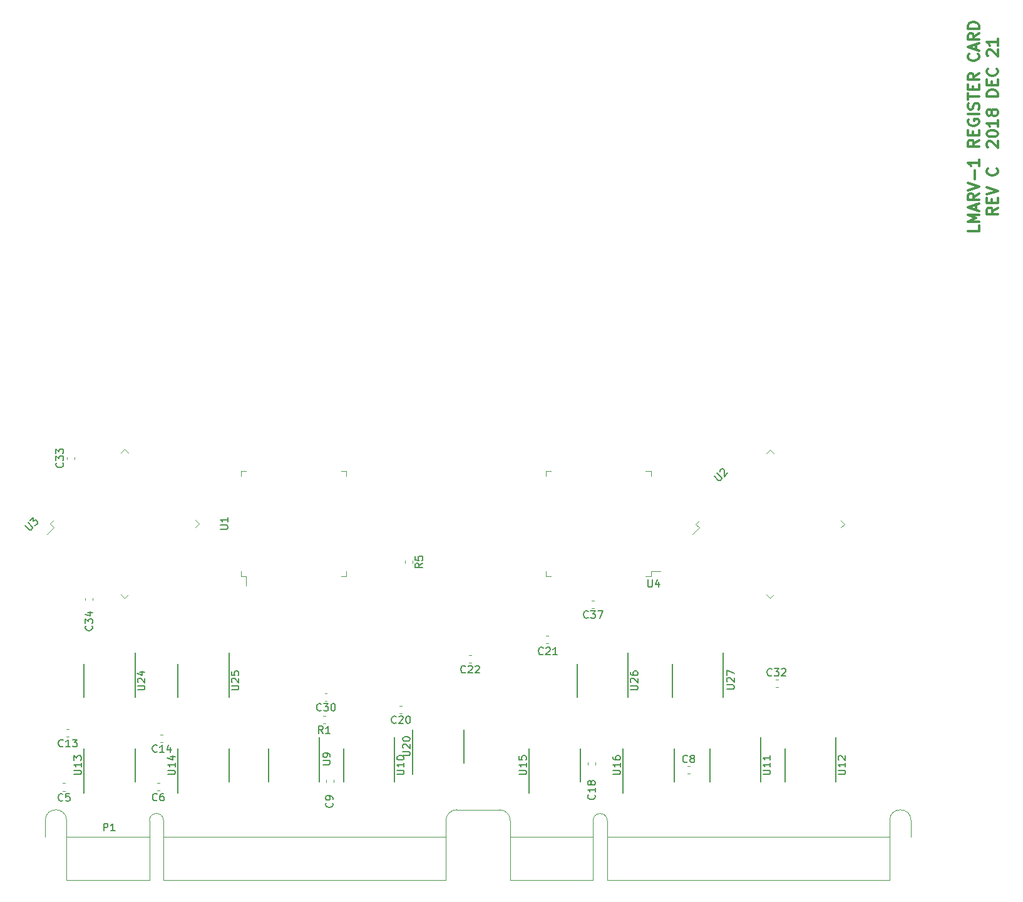
<source format=gbr>
G04 #@! TF.GenerationSoftware,KiCad,Pcbnew,(5.0.1)-4*
G04 #@! TF.CreationDate,2018-12-21T16:55:27-08:00*
G04 #@! TF.ProjectId,ram-based-register-card,72616D2D62617365642D726567697374,rev?*
G04 #@! TF.SameCoordinates,Original*
G04 #@! TF.FileFunction,Legend,Top*
G04 #@! TF.FilePolarity,Positive*
%FSLAX46Y46*%
G04 Gerber Fmt 4.6, Leading zero omitted, Abs format (unit mm)*
G04 Created by KiCad (PCBNEW (5.0.1)-4) date 12/21/2018 4:55:27 PM*
%MOMM*%
%LPD*%
G01*
G04 APERTURE LIST*
%ADD10C,0.300000*%
%ADD11C,0.120000*%
%ADD12C,0.150000*%
G04 APERTURE END LIST*
D10*
X216230671Y-62544242D02*
X216230671Y-63258528D01*
X214730671Y-63258528D01*
X216230671Y-62044242D02*
X214730671Y-62044242D01*
X215802100Y-61544242D01*
X214730671Y-61044242D01*
X216230671Y-61044242D01*
X215802100Y-60401385D02*
X215802100Y-59687100D01*
X216230671Y-60544242D02*
X214730671Y-60044242D01*
X216230671Y-59544242D01*
X216230671Y-58187100D02*
X215516385Y-58687100D01*
X216230671Y-59044242D02*
X214730671Y-59044242D01*
X214730671Y-58472814D01*
X214802100Y-58329957D01*
X214873528Y-58258528D01*
X215016385Y-58187100D01*
X215230671Y-58187100D01*
X215373528Y-58258528D01*
X215444957Y-58329957D01*
X215516385Y-58472814D01*
X215516385Y-59044242D01*
X214730671Y-57758528D02*
X216230671Y-57258528D01*
X214730671Y-56758528D01*
X215659242Y-56258528D02*
X215659242Y-55115671D01*
X216230671Y-53615671D02*
X216230671Y-54472814D01*
X216230671Y-54044242D02*
X214730671Y-54044242D01*
X214944957Y-54187100D01*
X215087814Y-54329957D01*
X215159242Y-54472814D01*
X216230671Y-50972814D02*
X215516385Y-51472814D01*
X216230671Y-51829957D02*
X214730671Y-51829957D01*
X214730671Y-51258528D01*
X214802100Y-51115671D01*
X214873528Y-51044242D01*
X215016385Y-50972814D01*
X215230671Y-50972814D01*
X215373528Y-51044242D01*
X215444957Y-51115671D01*
X215516385Y-51258528D01*
X215516385Y-51829957D01*
X215444957Y-50329957D02*
X215444957Y-49829957D01*
X216230671Y-49615671D02*
X216230671Y-50329957D01*
X214730671Y-50329957D01*
X214730671Y-49615671D01*
X214802100Y-48187100D02*
X214730671Y-48329957D01*
X214730671Y-48544242D01*
X214802100Y-48758528D01*
X214944957Y-48901385D01*
X215087814Y-48972814D01*
X215373528Y-49044242D01*
X215587814Y-49044242D01*
X215873528Y-48972814D01*
X216016385Y-48901385D01*
X216159242Y-48758528D01*
X216230671Y-48544242D01*
X216230671Y-48401385D01*
X216159242Y-48187100D01*
X216087814Y-48115671D01*
X215587814Y-48115671D01*
X215587814Y-48401385D01*
X216230671Y-47472814D02*
X214730671Y-47472814D01*
X216159242Y-46829957D02*
X216230671Y-46615671D01*
X216230671Y-46258528D01*
X216159242Y-46115671D01*
X216087814Y-46044242D01*
X215944957Y-45972814D01*
X215802100Y-45972814D01*
X215659242Y-46044242D01*
X215587814Y-46115671D01*
X215516385Y-46258528D01*
X215444957Y-46544242D01*
X215373528Y-46687100D01*
X215302100Y-46758528D01*
X215159242Y-46829957D01*
X215016385Y-46829957D01*
X214873528Y-46758528D01*
X214802100Y-46687100D01*
X214730671Y-46544242D01*
X214730671Y-46187100D01*
X214802100Y-45972814D01*
X214730671Y-45544242D02*
X214730671Y-44687100D01*
X216230671Y-45115671D02*
X214730671Y-45115671D01*
X215444957Y-44187100D02*
X215444957Y-43687100D01*
X216230671Y-43472814D02*
X216230671Y-44187100D01*
X214730671Y-44187100D01*
X214730671Y-43472814D01*
X216230671Y-41972814D02*
X215516385Y-42472814D01*
X216230671Y-42829957D02*
X214730671Y-42829957D01*
X214730671Y-42258528D01*
X214802100Y-42115671D01*
X214873528Y-42044242D01*
X215016385Y-41972814D01*
X215230671Y-41972814D01*
X215373528Y-42044242D01*
X215444957Y-42115671D01*
X215516385Y-42258528D01*
X215516385Y-42829957D01*
X216087814Y-39329957D02*
X216159242Y-39401385D01*
X216230671Y-39615671D01*
X216230671Y-39758528D01*
X216159242Y-39972814D01*
X216016385Y-40115671D01*
X215873528Y-40187100D01*
X215587814Y-40258528D01*
X215373528Y-40258528D01*
X215087814Y-40187100D01*
X214944957Y-40115671D01*
X214802100Y-39972814D01*
X214730671Y-39758528D01*
X214730671Y-39615671D01*
X214802100Y-39401385D01*
X214873528Y-39329957D01*
X215802100Y-38758528D02*
X215802100Y-38044242D01*
X216230671Y-38901385D02*
X214730671Y-38401385D01*
X216230671Y-37901385D01*
X216230671Y-36544242D02*
X215516385Y-37044242D01*
X216230671Y-37401385D02*
X214730671Y-37401385D01*
X214730671Y-36829957D01*
X214802100Y-36687100D01*
X214873528Y-36615671D01*
X215016385Y-36544242D01*
X215230671Y-36544242D01*
X215373528Y-36615671D01*
X215444957Y-36687100D01*
X215516385Y-36829957D01*
X215516385Y-37401385D01*
X216230671Y-35901385D02*
X214730671Y-35901385D01*
X214730671Y-35544242D01*
X214802100Y-35329957D01*
X214944957Y-35187100D01*
X215087814Y-35115671D01*
X215373528Y-35044242D01*
X215587814Y-35044242D01*
X215873528Y-35115671D01*
X216016385Y-35187100D01*
X216159242Y-35329957D01*
X216230671Y-35544242D01*
X216230671Y-35901385D01*
X218780671Y-60115671D02*
X218066385Y-60615671D01*
X218780671Y-60972814D02*
X217280671Y-60972814D01*
X217280671Y-60401385D01*
X217352100Y-60258528D01*
X217423528Y-60187100D01*
X217566385Y-60115671D01*
X217780671Y-60115671D01*
X217923528Y-60187100D01*
X217994957Y-60258528D01*
X218066385Y-60401385D01*
X218066385Y-60972814D01*
X217994957Y-59472814D02*
X217994957Y-58972814D01*
X218780671Y-58758528D02*
X218780671Y-59472814D01*
X217280671Y-59472814D01*
X217280671Y-58758528D01*
X217280671Y-58329957D02*
X218780671Y-57829957D01*
X217280671Y-57329957D01*
X218637814Y-54829957D02*
X218709242Y-54901385D01*
X218780671Y-55115671D01*
X218780671Y-55258528D01*
X218709242Y-55472814D01*
X218566385Y-55615671D01*
X218423528Y-55687100D01*
X218137814Y-55758528D01*
X217923528Y-55758528D01*
X217637814Y-55687100D01*
X217494957Y-55615671D01*
X217352100Y-55472814D01*
X217280671Y-55258528D01*
X217280671Y-55115671D01*
X217352100Y-54901385D01*
X217423528Y-54829957D01*
X217423528Y-51972814D02*
X217352100Y-51901385D01*
X217280671Y-51758528D01*
X217280671Y-51401385D01*
X217352100Y-51258528D01*
X217423528Y-51187100D01*
X217566385Y-51115671D01*
X217709242Y-51115671D01*
X217923528Y-51187100D01*
X218780671Y-52044242D01*
X218780671Y-51115671D01*
X217280671Y-50187100D02*
X217280671Y-50044242D01*
X217352100Y-49901385D01*
X217423528Y-49829957D01*
X217566385Y-49758528D01*
X217852100Y-49687100D01*
X218209242Y-49687100D01*
X218494957Y-49758528D01*
X218637814Y-49829957D01*
X218709242Y-49901385D01*
X218780671Y-50044242D01*
X218780671Y-50187100D01*
X218709242Y-50329957D01*
X218637814Y-50401385D01*
X218494957Y-50472814D01*
X218209242Y-50544242D01*
X217852100Y-50544242D01*
X217566385Y-50472814D01*
X217423528Y-50401385D01*
X217352100Y-50329957D01*
X217280671Y-50187100D01*
X218780671Y-48258528D02*
X218780671Y-49115671D01*
X218780671Y-48687100D02*
X217280671Y-48687100D01*
X217494957Y-48829957D01*
X217637814Y-48972814D01*
X217709242Y-49115671D01*
X217923528Y-47401385D02*
X217852100Y-47544242D01*
X217780671Y-47615671D01*
X217637814Y-47687100D01*
X217566385Y-47687100D01*
X217423528Y-47615671D01*
X217352100Y-47544242D01*
X217280671Y-47401385D01*
X217280671Y-47115671D01*
X217352100Y-46972814D01*
X217423528Y-46901385D01*
X217566385Y-46829957D01*
X217637814Y-46829957D01*
X217780671Y-46901385D01*
X217852100Y-46972814D01*
X217923528Y-47115671D01*
X217923528Y-47401385D01*
X217994957Y-47544242D01*
X218066385Y-47615671D01*
X218209242Y-47687100D01*
X218494957Y-47687100D01*
X218637814Y-47615671D01*
X218709242Y-47544242D01*
X218780671Y-47401385D01*
X218780671Y-47115671D01*
X218709242Y-46972814D01*
X218637814Y-46901385D01*
X218494957Y-46829957D01*
X218209242Y-46829957D01*
X218066385Y-46901385D01*
X217994957Y-46972814D01*
X217923528Y-47115671D01*
X218780671Y-45044242D02*
X217280671Y-45044242D01*
X217280671Y-44687100D01*
X217352100Y-44472814D01*
X217494957Y-44329957D01*
X217637814Y-44258528D01*
X217923528Y-44187100D01*
X218137814Y-44187100D01*
X218423528Y-44258528D01*
X218566385Y-44329957D01*
X218709242Y-44472814D01*
X218780671Y-44687100D01*
X218780671Y-45044242D01*
X217994957Y-43544242D02*
X217994957Y-43044242D01*
X218780671Y-42829957D02*
X218780671Y-43544242D01*
X217280671Y-43544242D01*
X217280671Y-42829957D01*
X218637814Y-41329957D02*
X218709242Y-41401385D01*
X218780671Y-41615671D01*
X218780671Y-41758528D01*
X218709242Y-41972814D01*
X218566385Y-42115671D01*
X218423528Y-42187100D01*
X218137814Y-42258528D01*
X217923528Y-42258528D01*
X217637814Y-42187100D01*
X217494957Y-42115671D01*
X217352100Y-41972814D01*
X217280671Y-41758528D01*
X217280671Y-41615671D01*
X217352100Y-41401385D01*
X217423528Y-41329957D01*
X217423528Y-39615671D02*
X217352100Y-39544242D01*
X217280671Y-39401385D01*
X217280671Y-39044242D01*
X217352100Y-38901385D01*
X217423528Y-38829957D01*
X217566385Y-38758528D01*
X217709242Y-38758528D01*
X217923528Y-38829957D01*
X218780671Y-39687100D01*
X218780671Y-38758528D01*
X218780671Y-37329957D02*
X218780671Y-38187100D01*
X218780671Y-37758528D02*
X217280671Y-37758528D01*
X217494957Y-37901385D01*
X217637814Y-38044242D01*
X217709242Y-38187100D01*
D11*
G04 #@! TO.C,U1*
X117130000Y-109937500D02*
X117130000Y-111227500D01*
X130650000Y-95717500D02*
X129950000Y-95717500D01*
X130650000Y-96417500D02*
X130650000Y-95717500D01*
X130650000Y-109937500D02*
X129950000Y-109937500D01*
X130650000Y-109237500D02*
X130650000Y-109937500D01*
X116430000Y-95717500D02*
X117130000Y-95717500D01*
X116430000Y-96417500D02*
X116430000Y-95717500D01*
X116430000Y-109937500D02*
X117130000Y-109937500D01*
X116430000Y-109237500D02*
X116430000Y-109937500D01*
G04 #@! TO.C,U3*
X91119916Y-102332525D02*
X90624942Y-102827500D01*
X90624942Y-102827500D02*
X91119916Y-103322475D01*
X100185025Y-93267416D02*
X100680000Y-92772442D01*
X100680000Y-92772442D02*
X101174975Y-93267416D01*
X101174975Y-112387584D02*
X100680000Y-112882558D01*
X100680000Y-112882558D02*
X100185025Y-112387584D01*
X110240084Y-103322475D02*
X110735058Y-102827500D01*
X110735058Y-102827500D02*
X110240084Y-102332525D01*
X91119916Y-103322475D02*
X90207749Y-104234642D01*
G04 #@! TO.C,P1*
X145600000Y-141500000D02*
X151400000Y-141500000D01*
X89950000Y-142950000D02*
X89950000Y-145200000D01*
X92850000Y-142950000D02*
G75*
G03X89950000Y-142950000I-1450000J0D01*
G01*
X105950000Y-142950000D02*
G75*
G03X104050000Y-142950000I-950000J0D01*
G01*
X104050000Y-145200000D02*
X104050000Y-142950000D01*
X105950000Y-142950000D02*
X105950000Y-145200000D01*
X92850000Y-145200000D02*
X104050000Y-145200000D01*
X104050000Y-145200000D02*
X104050000Y-151000000D01*
X104050000Y-151000000D02*
X92850000Y-151000000D01*
X92850000Y-151000000D02*
X92850000Y-142950000D01*
X144150000Y-145200000D02*
X105950000Y-145200000D01*
X105950000Y-151000000D02*
X144150000Y-151000000D01*
X105950000Y-145200000D02*
X105950000Y-151000000D01*
X144150000Y-142950000D02*
X144150000Y-151000000D01*
X145600000Y-141500000D02*
G75*
G03X144150000Y-142950000I0J-1450000D01*
G01*
X165950000Y-142950000D02*
X165950000Y-145200000D01*
X165950000Y-145200000D02*
X165950000Y-151000000D01*
X204150000Y-145200000D02*
X165950000Y-145200000D01*
X165950000Y-151000000D02*
X204150000Y-151000000D01*
X204150000Y-142950000D02*
X204150000Y-151000000D01*
X207050000Y-142950000D02*
G75*
G03X204150000Y-142950000I-1450000J0D01*
G01*
X207050000Y-142950000D02*
X207050000Y-145200000D01*
X164050000Y-145200000D02*
X164050000Y-151000000D01*
X165950000Y-142950000D02*
G75*
G03X164050000Y-142950000I-950000J0D01*
G01*
X164050000Y-145200000D02*
X164050000Y-142950000D01*
X164050000Y-151000000D02*
X152850000Y-151000000D01*
X152850000Y-145200000D02*
X164050000Y-145200000D01*
X152850000Y-142950000D02*
G75*
G03X151400000Y-141500000I-1450000J0D01*
G01*
X152850000Y-151000000D02*
X152850000Y-142950000D01*
G04 #@! TO.C,R1*
X127848679Y-128801400D02*
X127523121Y-128801400D01*
X127848679Y-129821400D02*
X127523121Y-129821400D01*
G04 #@! TO.C,R5*
X139625800Y-107837921D02*
X139625800Y-108163479D01*
X138605800Y-107837921D02*
X138605800Y-108163479D01*
D12*
G04 #@! TO.C,U9*
X127025000Y-131730000D02*
X127025000Y-137705000D01*
X120125000Y-133255000D02*
X120125000Y-137705000D01*
G04 #@! TO.C,U10*
X130285000Y-133255000D02*
X130285000Y-137705000D01*
X137185000Y-131730000D02*
X137185000Y-137705000D01*
G04 #@! TO.C,U11*
X186715000Y-131730000D02*
X186715000Y-137705000D01*
X179815000Y-133255000D02*
X179815000Y-137705000D01*
G04 #@! TO.C,U12*
X189975000Y-133255000D02*
X189975000Y-137705000D01*
X196875000Y-131730000D02*
X196875000Y-137705000D01*
G04 #@! TO.C,U13*
X95225000Y-139230000D02*
X95225000Y-133255000D01*
X102125000Y-137705000D02*
X102125000Y-133255000D01*
G04 #@! TO.C,U14*
X114825000Y-137705000D02*
X114825000Y-133255000D01*
X107925000Y-139230000D02*
X107925000Y-133255000D01*
G04 #@! TO.C,U15*
X155415000Y-139230000D02*
X155415000Y-133255000D01*
X162315000Y-137705000D02*
X162315000Y-133255000D01*
G04 #@! TO.C,U16*
X175015000Y-137705000D02*
X175015000Y-133255000D01*
X168115000Y-139230000D02*
X168115000Y-133255000D01*
G04 #@! TO.C,U20*
X146575000Y-135165000D02*
X146575000Y-130715000D01*
X139675000Y-136690000D02*
X139675000Y-130715000D01*
G04 #@! TO.C,U25*
X114825000Y-120300000D02*
X114825000Y-126275000D01*
X107925000Y-121825000D02*
X107925000Y-126275000D01*
G04 #@! TO.C,U26*
X161885000Y-121825000D02*
X161885000Y-126275000D01*
X168785000Y-120300000D02*
X168785000Y-126275000D01*
G04 #@! TO.C,U27*
X181635000Y-120300000D02*
X181635000Y-126275000D01*
X174735000Y-121825000D02*
X174735000Y-126275000D01*
D11*
G04 #@! TO.C,C5*
X92669579Y-137920000D02*
X92344021Y-137920000D01*
X92669579Y-138940000D02*
X92344021Y-138940000D01*
G04 #@! TO.C,C6*
X105420379Y-138914600D02*
X105094821Y-138914600D01*
X105420379Y-137894600D02*
X105094821Y-137894600D01*
G04 #@! TO.C,C8*
X176799021Y-136603200D02*
X177124579Y-136603200D01*
X176799021Y-135583200D02*
X177124579Y-135583200D01*
G04 #@! TO.C,C9*
X127963200Y-137805379D02*
X127963200Y-137479821D01*
X128983200Y-137805379D02*
X128983200Y-137479821D01*
G04 #@! TO.C,C13*
X93177579Y-130604800D02*
X92852021Y-130604800D01*
X93177579Y-131624800D02*
X92852021Y-131624800D01*
G04 #@! TO.C,C14*
X105877579Y-131341400D02*
X105552021Y-131341400D01*
X105877579Y-132361400D02*
X105552021Y-132361400D01*
G04 #@! TO.C,C18*
X163345400Y-135066721D02*
X163345400Y-135392279D01*
X164365400Y-135066721D02*
X164365400Y-135392279D01*
G04 #@! TO.C,C20*
X138211779Y-127429800D02*
X137886221Y-127429800D01*
X138211779Y-128449800D02*
X137886221Y-128449800D01*
G04 #@! TO.C,C21*
X157698221Y-119001000D02*
X158023779Y-119001000D01*
X157698221Y-117981000D02*
X158023779Y-117981000D01*
G04 #@! TO.C,C22*
X147584379Y-121642600D02*
X147258821Y-121642600D01*
X147584379Y-120622600D02*
X147258821Y-120622600D01*
G04 #@! TO.C,C30*
X128077179Y-125753400D02*
X127751621Y-125753400D01*
X128077179Y-126773400D02*
X127751621Y-126773400D01*
G04 #@! TO.C,C32*
X189087979Y-123899200D02*
X188762421Y-123899200D01*
X189087979Y-124919200D02*
X188762421Y-124919200D01*
G04 #@! TO.C,C33*
X92885800Y-94142679D02*
X92885800Y-93817121D01*
X93905800Y-94142679D02*
X93905800Y-93817121D01*
G04 #@! TO.C,C34*
X95375000Y-112867321D02*
X95375000Y-113192879D01*
X96395000Y-112867321D02*
X96395000Y-113192879D01*
G04 #@! TO.C,C37*
X164195879Y-113205800D02*
X163870321Y-113205800D01*
X164195879Y-114225800D02*
X163870321Y-114225800D01*
G04 #@! TO.C,U2*
X178399916Y-102375025D02*
X177904942Y-102870000D01*
X177904942Y-102870000D02*
X178399916Y-103364975D01*
X187465025Y-93309916D02*
X187960000Y-92814942D01*
X187960000Y-92814942D02*
X188454975Y-93309916D01*
X188454975Y-112430084D02*
X187960000Y-112925058D01*
X187960000Y-112925058D02*
X187465025Y-112430084D01*
X197520084Y-103364975D02*
X198015058Y-102870000D01*
X198015058Y-102870000D02*
X197520084Y-102375025D01*
X178399916Y-103364975D02*
X177487749Y-104277142D01*
G04 #@! TO.C,U4*
X171860000Y-109237500D02*
X173150000Y-109237500D01*
X157640000Y-95717500D02*
X157640000Y-96417500D01*
X158340000Y-95717500D02*
X157640000Y-95717500D01*
X171860000Y-95717500D02*
X171860000Y-96417500D01*
X171160000Y-95717500D02*
X171860000Y-95717500D01*
X157640000Y-109937500D02*
X157640000Y-109237500D01*
X158340000Y-109937500D02*
X157640000Y-109937500D01*
X171860000Y-109937500D02*
X171860000Y-109237500D01*
X171160000Y-109937500D02*
X171860000Y-109937500D01*
D12*
G04 #@! TO.C,U24*
X95225000Y-121825000D02*
X95225000Y-126275000D01*
X102125000Y-120300000D02*
X102125000Y-126275000D01*
G04 #@! TO.C,U1*
X113642380Y-103589404D02*
X114451904Y-103589404D01*
X114547142Y-103541785D01*
X114594761Y-103494166D01*
X114642380Y-103398928D01*
X114642380Y-103208452D01*
X114594761Y-103113214D01*
X114547142Y-103065595D01*
X114451904Y-103017976D01*
X113642380Y-103017976D01*
X114642380Y-102017976D02*
X114642380Y-102589404D01*
X114642380Y-102303690D02*
X113642380Y-102303690D01*
X113785238Y-102398928D01*
X113880476Y-102494166D01*
X113928095Y-102589404D01*
G04 #@! TO.C,U3*
X87212026Y-103097722D02*
X87784446Y-103670142D01*
X87885461Y-103703814D01*
X87952805Y-103703814D01*
X88053820Y-103670142D01*
X88188507Y-103535455D01*
X88222179Y-103434440D01*
X88222179Y-103367096D01*
X88188507Y-103266081D01*
X87616087Y-102693661D01*
X87885461Y-102424287D02*
X88323194Y-101986555D01*
X88356866Y-102491631D01*
X88457881Y-102390616D01*
X88558896Y-102356944D01*
X88626240Y-102356944D01*
X88727255Y-102390616D01*
X88895614Y-102558974D01*
X88929286Y-102659990D01*
X88929286Y-102727333D01*
X88895614Y-102828348D01*
X88693583Y-103030379D01*
X88592568Y-103064051D01*
X88525225Y-103064051D01*
G04 #@! TO.C,P1*
X97861904Y-144342380D02*
X97861904Y-143342380D01*
X98242857Y-143342380D01*
X98338095Y-143390000D01*
X98385714Y-143437619D01*
X98433333Y-143532857D01*
X98433333Y-143675714D01*
X98385714Y-143770952D01*
X98338095Y-143818571D01*
X98242857Y-143866190D01*
X97861904Y-143866190D01*
X99385714Y-144342380D02*
X98814285Y-144342380D01*
X99100000Y-144342380D02*
X99100000Y-143342380D01*
X99004761Y-143485238D01*
X98909523Y-143580476D01*
X98814285Y-143628095D01*
G04 #@! TO.C,R1*
X127519233Y-131193780D02*
X127185900Y-130717590D01*
X126947804Y-131193780D02*
X126947804Y-130193780D01*
X127328757Y-130193780D01*
X127423995Y-130241400D01*
X127471614Y-130289019D01*
X127519233Y-130384257D01*
X127519233Y-130527114D01*
X127471614Y-130622352D01*
X127423995Y-130669971D01*
X127328757Y-130717590D01*
X126947804Y-130717590D01*
X128471614Y-131193780D02*
X127900185Y-131193780D01*
X128185900Y-131193780D02*
X128185900Y-130193780D01*
X128090661Y-130336638D01*
X127995423Y-130431876D01*
X127900185Y-130479495D01*
G04 #@! TO.C,R5*
X140998180Y-108167366D02*
X140521990Y-108500700D01*
X140998180Y-108738795D02*
X139998180Y-108738795D01*
X139998180Y-108357842D01*
X140045800Y-108262604D01*
X140093419Y-108214985D01*
X140188657Y-108167366D01*
X140331514Y-108167366D01*
X140426752Y-108214985D01*
X140474371Y-108262604D01*
X140521990Y-108357842D01*
X140521990Y-108738795D01*
X139998180Y-107262604D02*
X139998180Y-107738795D01*
X140474371Y-107786414D01*
X140426752Y-107738795D01*
X140379133Y-107643557D01*
X140379133Y-107405461D01*
X140426752Y-107310223D01*
X140474371Y-107262604D01*
X140569609Y-107214985D01*
X140807704Y-107214985D01*
X140902942Y-107262604D01*
X140950561Y-107310223D01*
X140998180Y-107405461D01*
X140998180Y-107643557D01*
X140950561Y-107738795D01*
X140902942Y-107786414D01*
G04 #@! TO.C,U9*
X127493780Y-135381904D02*
X128303304Y-135381904D01*
X128398542Y-135334285D01*
X128446161Y-135286666D01*
X128493780Y-135191428D01*
X128493780Y-135000952D01*
X128446161Y-134905714D01*
X128398542Y-134858095D01*
X128303304Y-134810476D01*
X127493780Y-134810476D01*
X128493780Y-134286666D02*
X128493780Y-134096190D01*
X128446161Y-134000952D01*
X128398542Y-133953333D01*
X128255685Y-133858095D01*
X128065209Y-133810476D01*
X127684257Y-133810476D01*
X127589019Y-133858095D01*
X127541400Y-133905714D01*
X127493780Y-134000952D01*
X127493780Y-134191428D01*
X127541400Y-134286666D01*
X127589019Y-134334285D01*
X127684257Y-134381904D01*
X127922352Y-134381904D01*
X128017590Y-134334285D01*
X128065209Y-134286666D01*
X128112828Y-134191428D01*
X128112828Y-134000952D01*
X128065209Y-133905714D01*
X128017590Y-133858095D01*
X127922352Y-133810476D01*
G04 #@! TO.C,U10*
X137487380Y-136718095D02*
X138296904Y-136718095D01*
X138392142Y-136670476D01*
X138439761Y-136622857D01*
X138487380Y-136527619D01*
X138487380Y-136337142D01*
X138439761Y-136241904D01*
X138392142Y-136194285D01*
X138296904Y-136146666D01*
X137487380Y-136146666D01*
X138487380Y-135146666D02*
X138487380Y-135718095D01*
X138487380Y-135432380D02*
X137487380Y-135432380D01*
X137630238Y-135527619D01*
X137725476Y-135622857D01*
X137773095Y-135718095D01*
X137487380Y-134527619D02*
X137487380Y-134432380D01*
X137535000Y-134337142D01*
X137582619Y-134289523D01*
X137677857Y-134241904D01*
X137868333Y-134194285D01*
X138106428Y-134194285D01*
X138296904Y-134241904D01*
X138392142Y-134289523D01*
X138439761Y-134337142D01*
X138487380Y-134432380D01*
X138487380Y-134527619D01*
X138439761Y-134622857D01*
X138392142Y-134670476D01*
X138296904Y-134718095D01*
X138106428Y-134765714D01*
X137868333Y-134765714D01*
X137677857Y-134718095D01*
X137582619Y-134670476D01*
X137535000Y-134622857D01*
X137487380Y-134527619D01*
G04 #@! TO.C,U11*
X187017380Y-136718095D02*
X187826904Y-136718095D01*
X187922142Y-136670476D01*
X187969761Y-136622857D01*
X188017380Y-136527619D01*
X188017380Y-136337142D01*
X187969761Y-136241904D01*
X187922142Y-136194285D01*
X187826904Y-136146666D01*
X187017380Y-136146666D01*
X188017380Y-135146666D02*
X188017380Y-135718095D01*
X188017380Y-135432380D02*
X187017380Y-135432380D01*
X187160238Y-135527619D01*
X187255476Y-135622857D01*
X187303095Y-135718095D01*
X188017380Y-134194285D02*
X188017380Y-134765714D01*
X188017380Y-134480000D02*
X187017380Y-134480000D01*
X187160238Y-134575238D01*
X187255476Y-134670476D01*
X187303095Y-134765714D01*
G04 #@! TO.C,U12*
X197177380Y-136718095D02*
X197986904Y-136718095D01*
X198082142Y-136670476D01*
X198129761Y-136622857D01*
X198177380Y-136527619D01*
X198177380Y-136337142D01*
X198129761Y-136241904D01*
X198082142Y-136194285D01*
X197986904Y-136146666D01*
X197177380Y-136146666D01*
X198177380Y-135146666D02*
X198177380Y-135718095D01*
X198177380Y-135432380D02*
X197177380Y-135432380D01*
X197320238Y-135527619D01*
X197415476Y-135622857D01*
X197463095Y-135718095D01*
X197272619Y-134765714D02*
X197225000Y-134718095D01*
X197177380Y-134622857D01*
X197177380Y-134384761D01*
X197225000Y-134289523D01*
X197272619Y-134241904D01*
X197367857Y-134194285D01*
X197463095Y-134194285D01*
X197605952Y-134241904D01*
X198177380Y-134813333D01*
X198177380Y-134194285D01*
G04 #@! TO.C,U13*
X93827380Y-136718095D02*
X94636904Y-136718095D01*
X94732142Y-136670476D01*
X94779761Y-136622857D01*
X94827380Y-136527619D01*
X94827380Y-136337142D01*
X94779761Y-136241904D01*
X94732142Y-136194285D01*
X94636904Y-136146666D01*
X93827380Y-136146666D01*
X94827380Y-135146666D02*
X94827380Y-135718095D01*
X94827380Y-135432380D02*
X93827380Y-135432380D01*
X93970238Y-135527619D01*
X94065476Y-135622857D01*
X94113095Y-135718095D01*
X93827380Y-134813333D02*
X93827380Y-134194285D01*
X94208333Y-134527619D01*
X94208333Y-134384761D01*
X94255952Y-134289523D01*
X94303571Y-134241904D01*
X94398809Y-134194285D01*
X94636904Y-134194285D01*
X94732142Y-134241904D01*
X94779761Y-134289523D01*
X94827380Y-134384761D01*
X94827380Y-134670476D01*
X94779761Y-134765714D01*
X94732142Y-134813333D01*
G04 #@! TO.C,U14*
X106527380Y-136718095D02*
X107336904Y-136718095D01*
X107432142Y-136670476D01*
X107479761Y-136622857D01*
X107527380Y-136527619D01*
X107527380Y-136337142D01*
X107479761Y-136241904D01*
X107432142Y-136194285D01*
X107336904Y-136146666D01*
X106527380Y-136146666D01*
X107527380Y-135146666D02*
X107527380Y-135718095D01*
X107527380Y-135432380D02*
X106527380Y-135432380D01*
X106670238Y-135527619D01*
X106765476Y-135622857D01*
X106813095Y-135718095D01*
X106860714Y-134289523D02*
X107527380Y-134289523D01*
X106479761Y-134527619D02*
X107194047Y-134765714D01*
X107194047Y-134146666D01*
G04 #@! TO.C,U15*
X154017380Y-136718095D02*
X154826904Y-136718095D01*
X154922142Y-136670476D01*
X154969761Y-136622857D01*
X155017380Y-136527619D01*
X155017380Y-136337142D01*
X154969761Y-136241904D01*
X154922142Y-136194285D01*
X154826904Y-136146666D01*
X154017380Y-136146666D01*
X155017380Y-135146666D02*
X155017380Y-135718095D01*
X155017380Y-135432380D02*
X154017380Y-135432380D01*
X154160238Y-135527619D01*
X154255476Y-135622857D01*
X154303095Y-135718095D01*
X154017380Y-134241904D02*
X154017380Y-134718095D01*
X154493571Y-134765714D01*
X154445952Y-134718095D01*
X154398333Y-134622857D01*
X154398333Y-134384761D01*
X154445952Y-134289523D01*
X154493571Y-134241904D01*
X154588809Y-134194285D01*
X154826904Y-134194285D01*
X154922142Y-134241904D01*
X154969761Y-134289523D01*
X155017380Y-134384761D01*
X155017380Y-134622857D01*
X154969761Y-134718095D01*
X154922142Y-134765714D01*
G04 #@! TO.C,U16*
X166717380Y-136718095D02*
X167526904Y-136718095D01*
X167622142Y-136670476D01*
X167669761Y-136622857D01*
X167717380Y-136527619D01*
X167717380Y-136337142D01*
X167669761Y-136241904D01*
X167622142Y-136194285D01*
X167526904Y-136146666D01*
X166717380Y-136146666D01*
X167717380Y-135146666D02*
X167717380Y-135718095D01*
X167717380Y-135432380D02*
X166717380Y-135432380D01*
X166860238Y-135527619D01*
X166955476Y-135622857D01*
X167003095Y-135718095D01*
X166717380Y-134289523D02*
X166717380Y-134480000D01*
X166765000Y-134575238D01*
X166812619Y-134622857D01*
X166955476Y-134718095D01*
X167145952Y-134765714D01*
X167526904Y-134765714D01*
X167622142Y-134718095D01*
X167669761Y-134670476D01*
X167717380Y-134575238D01*
X167717380Y-134384761D01*
X167669761Y-134289523D01*
X167622142Y-134241904D01*
X167526904Y-134194285D01*
X167288809Y-134194285D01*
X167193571Y-134241904D01*
X167145952Y-134289523D01*
X167098333Y-134384761D01*
X167098333Y-134575238D01*
X167145952Y-134670476D01*
X167193571Y-134718095D01*
X167288809Y-134765714D01*
G04 #@! TO.C,U20*
X138277380Y-134178095D02*
X139086904Y-134178095D01*
X139182142Y-134130476D01*
X139229761Y-134082857D01*
X139277380Y-133987619D01*
X139277380Y-133797142D01*
X139229761Y-133701904D01*
X139182142Y-133654285D01*
X139086904Y-133606666D01*
X138277380Y-133606666D01*
X138372619Y-133178095D02*
X138325000Y-133130476D01*
X138277380Y-133035238D01*
X138277380Y-132797142D01*
X138325000Y-132701904D01*
X138372619Y-132654285D01*
X138467857Y-132606666D01*
X138563095Y-132606666D01*
X138705952Y-132654285D01*
X139277380Y-133225714D01*
X139277380Y-132606666D01*
X138277380Y-131987619D02*
X138277380Y-131892380D01*
X138325000Y-131797142D01*
X138372619Y-131749523D01*
X138467857Y-131701904D01*
X138658333Y-131654285D01*
X138896428Y-131654285D01*
X139086904Y-131701904D01*
X139182142Y-131749523D01*
X139229761Y-131797142D01*
X139277380Y-131892380D01*
X139277380Y-131987619D01*
X139229761Y-132082857D01*
X139182142Y-132130476D01*
X139086904Y-132178095D01*
X138896428Y-132225714D01*
X138658333Y-132225714D01*
X138467857Y-132178095D01*
X138372619Y-132130476D01*
X138325000Y-132082857D01*
X138277380Y-131987619D01*
G04 #@! TO.C,U25*
X115127380Y-125288095D02*
X115936904Y-125288095D01*
X116032142Y-125240476D01*
X116079761Y-125192857D01*
X116127380Y-125097619D01*
X116127380Y-124907142D01*
X116079761Y-124811904D01*
X116032142Y-124764285D01*
X115936904Y-124716666D01*
X115127380Y-124716666D01*
X115222619Y-124288095D02*
X115175000Y-124240476D01*
X115127380Y-124145238D01*
X115127380Y-123907142D01*
X115175000Y-123811904D01*
X115222619Y-123764285D01*
X115317857Y-123716666D01*
X115413095Y-123716666D01*
X115555952Y-123764285D01*
X116127380Y-124335714D01*
X116127380Y-123716666D01*
X115127380Y-122811904D02*
X115127380Y-123288095D01*
X115603571Y-123335714D01*
X115555952Y-123288095D01*
X115508333Y-123192857D01*
X115508333Y-122954761D01*
X115555952Y-122859523D01*
X115603571Y-122811904D01*
X115698809Y-122764285D01*
X115936904Y-122764285D01*
X116032142Y-122811904D01*
X116079761Y-122859523D01*
X116127380Y-122954761D01*
X116127380Y-123192857D01*
X116079761Y-123288095D01*
X116032142Y-123335714D01*
G04 #@! TO.C,U26*
X169087380Y-125288095D02*
X169896904Y-125288095D01*
X169992142Y-125240476D01*
X170039761Y-125192857D01*
X170087380Y-125097619D01*
X170087380Y-124907142D01*
X170039761Y-124811904D01*
X169992142Y-124764285D01*
X169896904Y-124716666D01*
X169087380Y-124716666D01*
X169182619Y-124288095D02*
X169135000Y-124240476D01*
X169087380Y-124145238D01*
X169087380Y-123907142D01*
X169135000Y-123811904D01*
X169182619Y-123764285D01*
X169277857Y-123716666D01*
X169373095Y-123716666D01*
X169515952Y-123764285D01*
X170087380Y-124335714D01*
X170087380Y-123716666D01*
X169087380Y-122859523D02*
X169087380Y-123050000D01*
X169135000Y-123145238D01*
X169182619Y-123192857D01*
X169325476Y-123288095D01*
X169515952Y-123335714D01*
X169896904Y-123335714D01*
X169992142Y-123288095D01*
X170039761Y-123240476D01*
X170087380Y-123145238D01*
X170087380Y-122954761D01*
X170039761Y-122859523D01*
X169992142Y-122811904D01*
X169896904Y-122764285D01*
X169658809Y-122764285D01*
X169563571Y-122811904D01*
X169515952Y-122859523D01*
X169468333Y-122954761D01*
X169468333Y-123145238D01*
X169515952Y-123240476D01*
X169563571Y-123288095D01*
X169658809Y-123335714D01*
G04 #@! TO.C,U27*
X182129180Y-125190095D02*
X182938704Y-125190095D01*
X183033942Y-125142476D01*
X183081561Y-125094857D01*
X183129180Y-124999619D01*
X183129180Y-124809142D01*
X183081561Y-124713904D01*
X183033942Y-124666285D01*
X182938704Y-124618666D01*
X182129180Y-124618666D01*
X182224419Y-124190095D02*
X182176800Y-124142476D01*
X182129180Y-124047238D01*
X182129180Y-123809142D01*
X182176800Y-123713904D01*
X182224419Y-123666285D01*
X182319657Y-123618666D01*
X182414895Y-123618666D01*
X182557752Y-123666285D01*
X183129180Y-124237714D01*
X183129180Y-123618666D01*
X182129180Y-123285333D02*
X182129180Y-122618666D01*
X183129180Y-123047238D01*
G04 #@! TO.C,C5*
X92340133Y-140217142D02*
X92292514Y-140264761D01*
X92149657Y-140312380D01*
X92054419Y-140312380D01*
X91911561Y-140264761D01*
X91816323Y-140169523D01*
X91768704Y-140074285D01*
X91721085Y-139883809D01*
X91721085Y-139740952D01*
X91768704Y-139550476D01*
X91816323Y-139455238D01*
X91911561Y-139360000D01*
X92054419Y-139312380D01*
X92149657Y-139312380D01*
X92292514Y-139360000D01*
X92340133Y-139407619D01*
X93244895Y-139312380D02*
X92768704Y-139312380D01*
X92721085Y-139788571D01*
X92768704Y-139740952D01*
X92863942Y-139693333D01*
X93102038Y-139693333D01*
X93197276Y-139740952D01*
X93244895Y-139788571D01*
X93292514Y-139883809D01*
X93292514Y-140121904D01*
X93244895Y-140217142D01*
X93197276Y-140264761D01*
X93102038Y-140312380D01*
X92863942Y-140312380D01*
X92768704Y-140264761D01*
X92721085Y-140217142D01*
G04 #@! TO.C,C6*
X105090933Y-140191742D02*
X105043314Y-140239361D01*
X104900457Y-140286980D01*
X104805219Y-140286980D01*
X104662361Y-140239361D01*
X104567123Y-140144123D01*
X104519504Y-140048885D01*
X104471885Y-139858409D01*
X104471885Y-139715552D01*
X104519504Y-139525076D01*
X104567123Y-139429838D01*
X104662361Y-139334600D01*
X104805219Y-139286980D01*
X104900457Y-139286980D01*
X105043314Y-139334600D01*
X105090933Y-139382219D01*
X105948076Y-139286980D02*
X105757600Y-139286980D01*
X105662361Y-139334600D01*
X105614742Y-139382219D01*
X105519504Y-139525076D01*
X105471885Y-139715552D01*
X105471885Y-140096504D01*
X105519504Y-140191742D01*
X105567123Y-140239361D01*
X105662361Y-140286980D01*
X105852838Y-140286980D01*
X105948076Y-140239361D01*
X105995695Y-140191742D01*
X106043314Y-140096504D01*
X106043314Y-139858409D01*
X105995695Y-139763171D01*
X105948076Y-139715552D01*
X105852838Y-139667933D01*
X105662361Y-139667933D01*
X105567123Y-139715552D01*
X105519504Y-139763171D01*
X105471885Y-139858409D01*
G04 #@! TO.C,C8*
X176795133Y-135020342D02*
X176747514Y-135067961D01*
X176604657Y-135115580D01*
X176509419Y-135115580D01*
X176366561Y-135067961D01*
X176271323Y-134972723D01*
X176223704Y-134877485D01*
X176176085Y-134687009D01*
X176176085Y-134544152D01*
X176223704Y-134353676D01*
X176271323Y-134258438D01*
X176366561Y-134163200D01*
X176509419Y-134115580D01*
X176604657Y-134115580D01*
X176747514Y-134163200D01*
X176795133Y-134210819D01*
X177366561Y-134544152D02*
X177271323Y-134496533D01*
X177223704Y-134448914D01*
X177176085Y-134353676D01*
X177176085Y-134306057D01*
X177223704Y-134210819D01*
X177271323Y-134163200D01*
X177366561Y-134115580D01*
X177557038Y-134115580D01*
X177652276Y-134163200D01*
X177699895Y-134210819D01*
X177747514Y-134306057D01*
X177747514Y-134353676D01*
X177699895Y-134448914D01*
X177652276Y-134496533D01*
X177557038Y-134544152D01*
X177366561Y-134544152D01*
X177271323Y-134591771D01*
X177223704Y-134639390D01*
X177176085Y-134734628D01*
X177176085Y-134925104D01*
X177223704Y-135020342D01*
X177271323Y-135067961D01*
X177366561Y-135115580D01*
X177557038Y-135115580D01*
X177652276Y-135067961D01*
X177699895Y-135020342D01*
X177747514Y-134925104D01*
X177747514Y-134734628D01*
X177699895Y-134639390D01*
X177652276Y-134591771D01*
X177557038Y-134544152D01*
G04 #@! TO.C,C9*
X128779542Y-140552466D02*
X128827161Y-140600085D01*
X128874780Y-140742942D01*
X128874780Y-140838180D01*
X128827161Y-140981038D01*
X128731923Y-141076276D01*
X128636685Y-141123895D01*
X128446209Y-141171514D01*
X128303352Y-141171514D01*
X128112876Y-141123895D01*
X128017638Y-141076276D01*
X127922400Y-140981038D01*
X127874780Y-140838180D01*
X127874780Y-140742942D01*
X127922400Y-140600085D01*
X127970019Y-140552466D01*
X128874780Y-140076276D02*
X128874780Y-139885800D01*
X128827161Y-139790561D01*
X128779542Y-139742942D01*
X128636685Y-139647704D01*
X128446209Y-139600085D01*
X128065257Y-139600085D01*
X127970019Y-139647704D01*
X127922400Y-139695323D01*
X127874780Y-139790561D01*
X127874780Y-139981038D01*
X127922400Y-140076276D01*
X127970019Y-140123895D01*
X128065257Y-140171514D01*
X128303352Y-140171514D01*
X128398590Y-140123895D01*
X128446209Y-140076276D01*
X128493828Y-139981038D01*
X128493828Y-139790561D01*
X128446209Y-139695323D01*
X128398590Y-139647704D01*
X128303352Y-139600085D01*
G04 #@! TO.C,C13*
X92371942Y-132901942D02*
X92324323Y-132949561D01*
X92181466Y-132997180D01*
X92086228Y-132997180D01*
X91943371Y-132949561D01*
X91848133Y-132854323D01*
X91800514Y-132759085D01*
X91752895Y-132568609D01*
X91752895Y-132425752D01*
X91800514Y-132235276D01*
X91848133Y-132140038D01*
X91943371Y-132044800D01*
X92086228Y-131997180D01*
X92181466Y-131997180D01*
X92324323Y-132044800D01*
X92371942Y-132092419D01*
X93324323Y-132997180D02*
X92752895Y-132997180D01*
X93038609Y-132997180D02*
X93038609Y-131997180D01*
X92943371Y-132140038D01*
X92848133Y-132235276D01*
X92752895Y-132282895D01*
X93657657Y-131997180D02*
X94276704Y-131997180D01*
X93943371Y-132378133D01*
X94086228Y-132378133D01*
X94181466Y-132425752D01*
X94229085Y-132473371D01*
X94276704Y-132568609D01*
X94276704Y-132806704D01*
X94229085Y-132901942D01*
X94181466Y-132949561D01*
X94086228Y-132997180D01*
X93800514Y-132997180D01*
X93705276Y-132949561D01*
X93657657Y-132901942D01*
G04 #@! TO.C,C14*
X105071942Y-133638542D02*
X105024323Y-133686161D01*
X104881466Y-133733780D01*
X104786228Y-133733780D01*
X104643371Y-133686161D01*
X104548133Y-133590923D01*
X104500514Y-133495685D01*
X104452895Y-133305209D01*
X104452895Y-133162352D01*
X104500514Y-132971876D01*
X104548133Y-132876638D01*
X104643371Y-132781400D01*
X104786228Y-132733780D01*
X104881466Y-132733780D01*
X105024323Y-132781400D01*
X105071942Y-132829019D01*
X106024323Y-133733780D02*
X105452895Y-133733780D01*
X105738609Y-133733780D02*
X105738609Y-132733780D01*
X105643371Y-132876638D01*
X105548133Y-132971876D01*
X105452895Y-133019495D01*
X106881466Y-133067114D02*
X106881466Y-133733780D01*
X106643371Y-132686161D02*
X106405276Y-133400447D01*
X107024323Y-133400447D01*
G04 #@! TO.C,C18*
X164237942Y-139479257D02*
X164285561Y-139526876D01*
X164333180Y-139669733D01*
X164333180Y-139764971D01*
X164285561Y-139907828D01*
X164190323Y-140003066D01*
X164095085Y-140050685D01*
X163904609Y-140098304D01*
X163761752Y-140098304D01*
X163571276Y-140050685D01*
X163476038Y-140003066D01*
X163380800Y-139907828D01*
X163333180Y-139764971D01*
X163333180Y-139669733D01*
X163380800Y-139526876D01*
X163428419Y-139479257D01*
X164333180Y-138526876D02*
X164333180Y-139098304D01*
X164333180Y-138812590D02*
X163333180Y-138812590D01*
X163476038Y-138907828D01*
X163571276Y-139003066D01*
X163618895Y-139098304D01*
X163761752Y-137955447D02*
X163714133Y-138050685D01*
X163666514Y-138098304D01*
X163571276Y-138145923D01*
X163523657Y-138145923D01*
X163428419Y-138098304D01*
X163380800Y-138050685D01*
X163333180Y-137955447D01*
X163333180Y-137764971D01*
X163380800Y-137669733D01*
X163428419Y-137622114D01*
X163523657Y-137574495D01*
X163571276Y-137574495D01*
X163666514Y-137622114D01*
X163714133Y-137669733D01*
X163761752Y-137764971D01*
X163761752Y-137955447D01*
X163809371Y-138050685D01*
X163856990Y-138098304D01*
X163952228Y-138145923D01*
X164142704Y-138145923D01*
X164237942Y-138098304D01*
X164285561Y-138050685D01*
X164333180Y-137955447D01*
X164333180Y-137764971D01*
X164285561Y-137669733D01*
X164237942Y-137622114D01*
X164142704Y-137574495D01*
X163952228Y-137574495D01*
X163856990Y-137622114D01*
X163809371Y-137669733D01*
X163761752Y-137764971D01*
G04 #@! TO.C,C20*
X137406142Y-129726942D02*
X137358523Y-129774561D01*
X137215666Y-129822180D01*
X137120428Y-129822180D01*
X136977571Y-129774561D01*
X136882333Y-129679323D01*
X136834714Y-129584085D01*
X136787095Y-129393609D01*
X136787095Y-129250752D01*
X136834714Y-129060276D01*
X136882333Y-128965038D01*
X136977571Y-128869800D01*
X137120428Y-128822180D01*
X137215666Y-128822180D01*
X137358523Y-128869800D01*
X137406142Y-128917419D01*
X137787095Y-128917419D02*
X137834714Y-128869800D01*
X137929952Y-128822180D01*
X138168047Y-128822180D01*
X138263285Y-128869800D01*
X138310904Y-128917419D01*
X138358523Y-129012657D01*
X138358523Y-129107895D01*
X138310904Y-129250752D01*
X137739476Y-129822180D01*
X138358523Y-129822180D01*
X138977571Y-128822180D02*
X139072809Y-128822180D01*
X139168047Y-128869800D01*
X139215666Y-128917419D01*
X139263285Y-129012657D01*
X139310904Y-129203133D01*
X139310904Y-129441228D01*
X139263285Y-129631704D01*
X139215666Y-129726942D01*
X139168047Y-129774561D01*
X139072809Y-129822180D01*
X138977571Y-129822180D01*
X138882333Y-129774561D01*
X138834714Y-129726942D01*
X138787095Y-129631704D01*
X138739476Y-129441228D01*
X138739476Y-129203133D01*
X138787095Y-129012657D01*
X138834714Y-128917419D01*
X138882333Y-128869800D01*
X138977571Y-128822180D01*
G04 #@! TO.C,C21*
X157294342Y-120448342D02*
X157246723Y-120495961D01*
X157103866Y-120543580D01*
X157008628Y-120543580D01*
X156865771Y-120495961D01*
X156770533Y-120400723D01*
X156722914Y-120305485D01*
X156675295Y-120115009D01*
X156675295Y-119972152D01*
X156722914Y-119781676D01*
X156770533Y-119686438D01*
X156865771Y-119591200D01*
X157008628Y-119543580D01*
X157103866Y-119543580D01*
X157246723Y-119591200D01*
X157294342Y-119638819D01*
X157675295Y-119638819D02*
X157722914Y-119591200D01*
X157818152Y-119543580D01*
X158056247Y-119543580D01*
X158151485Y-119591200D01*
X158199104Y-119638819D01*
X158246723Y-119734057D01*
X158246723Y-119829295D01*
X158199104Y-119972152D01*
X157627676Y-120543580D01*
X158246723Y-120543580D01*
X159199104Y-120543580D02*
X158627676Y-120543580D01*
X158913390Y-120543580D02*
X158913390Y-119543580D01*
X158818152Y-119686438D01*
X158722914Y-119781676D01*
X158627676Y-119829295D01*
G04 #@! TO.C,C22*
X146778742Y-122919742D02*
X146731123Y-122967361D01*
X146588266Y-123014980D01*
X146493028Y-123014980D01*
X146350171Y-122967361D01*
X146254933Y-122872123D01*
X146207314Y-122776885D01*
X146159695Y-122586409D01*
X146159695Y-122443552D01*
X146207314Y-122253076D01*
X146254933Y-122157838D01*
X146350171Y-122062600D01*
X146493028Y-122014980D01*
X146588266Y-122014980D01*
X146731123Y-122062600D01*
X146778742Y-122110219D01*
X147159695Y-122110219D02*
X147207314Y-122062600D01*
X147302552Y-122014980D01*
X147540647Y-122014980D01*
X147635885Y-122062600D01*
X147683504Y-122110219D01*
X147731123Y-122205457D01*
X147731123Y-122300695D01*
X147683504Y-122443552D01*
X147112076Y-123014980D01*
X147731123Y-123014980D01*
X148112076Y-122110219D02*
X148159695Y-122062600D01*
X148254933Y-122014980D01*
X148493028Y-122014980D01*
X148588266Y-122062600D01*
X148635885Y-122110219D01*
X148683504Y-122205457D01*
X148683504Y-122300695D01*
X148635885Y-122443552D01*
X148064457Y-123014980D01*
X148683504Y-123014980D01*
G04 #@! TO.C,C30*
X127271542Y-128050542D02*
X127223923Y-128098161D01*
X127081066Y-128145780D01*
X126985828Y-128145780D01*
X126842971Y-128098161D01*
X126747733Y-128002923D01*
X126700114Y-127907685D01*
X126652495Y-127717209D01*
X126652495Y-127574352D01*
X126700114Y-127383876D01*
X126747733Y-127288638D01*
X126842971Y-127193400D01*
X126985828Y-127145780D01*
X127081066Y-127145780D01*
X127223923Y-127193400D01*
X127271542Y-127241019D01*
X127604876Y-127145780D02*
X128223923Y-127145780D01*
X127890590Y-127526733D01*
X128033447Y-127526733D01*
X128128685Y-127574352D01*
X128176304Y-127621971D01*
X128223923Y-127717209D01*
X128223923Y-127955304D01*
X128176304Y-128050542D01*
X128128685Y-128098161D01*
X128033447Y-128145780D01*
X127747733Y-128145780D01*
X127652495Y-128098161D01*
X127604876Y-128050542D01*
X128842971Y-127145780D02*
X128938209Y-127145780D01*
X129033447Y-127193400D01*
X129081066Y-127241019D01*
X129128685Y-127336257D01*
X129176304Y-127526733D01*
X129176304Y-127764828D01*
X129128685Y-127955304D01*
X129081066Y-128050542D01*
X129033447Y-128098161D01*
X128938209Y-128145780D01*
X128842971Y-128145780D01*
X128747733Y-128098161D01*
X128700114Y-128050542D01*
X128652495Y-127955304D01*
X128604876Y-127764828D01*
X128604876Y-127526733D01*
X128652495Y-127336257D01*
X128700114Y-127241019D01*
X128747733Y-127193400D01*
X128842971Y-127145780D01*
G04 #@! TO.C,C32*
X188206142Y-123318542D02*
X188158523Y-123366161D01*
X188015666Y-123413780D01*
X187920428Y-123413780D01*
X187777571Y-123366161D01*
X187682333Y-123270923D01*
X187634714Y-123175685D01*
X187587095Y-122985209D01*
X187587095Y-122842352D01*
X187634714Y-122651876D01*
X187682333Y-122556638D01*
X187777571Y-122461400D01*
X187920428Y-122413780D01*
X188015666Y-122413780D01*
X188158523Y-122461400D01*
X188206142Y-122509019D01*
X188539476Y-122413780D02*
X189158523Y-122413780D01*
X188825190Y-122794733D01*
X188968047Y-122794733D01*
X189063285Y-122842352D01*
X189110904Y-122889971D01*
X189158523Y-122985209D01*
X189158523Y-123223304D01*
X189110904Y-123318542D01*
X189063285Y-123366161D01*
X188968047Y-123413780D01*
X188682333Y-123413780D01*
X188587095Y-123366161D01*
X188539476Y-123318542D01*
X189539476Y-122509019D02*
X189587095Y-122461400D01*
X189682333Y-122413780D01*
X189920428Y-122413780D01*
X190015666Y-122461400D01*
X190063285Y-122509019D01*
X190110904Y-122604257D01*
X190110904Y-122699495D01*
X190063285Y-122842352D01*
X189491857Y-123413780D01*
X190110904Y-123413780D01*
G04 #@! TO.C,C33*
X92322942Y-94622757D02*
X92370561Y-94670376D01*
X92418180Y-94813233D01*
X92418180Y-94908471D01*
X92370561Y-95051328D01*
X92275323Y-95146566D01*
X92180085Y-95194185D01*
X91989609Y-95241804D01*
X91846752Y-95241804D01*
X91656276Y-95194185D01*
X91561038Y-95146566D01*
X91465800Y-95051328D01*
X91418180Y-94908471D01*
X91418180Y-94813233D01*
X91465800Y-94670376D01*
X91513419Y-94622757D01*
X91418180Y-94289423D02*
X91418180Y-93670376D01*
X91799133Y-94003709D01*
X91799133Y-93860852D01*
X91846752Y-93765614D01*
X91894371Y-93717995D01*
X91989609Y-93670376D01*
X92227704Y-93670376D01*
X92322942Y-93717995D01*
X92370561Y-93765614D01*
X92418180Y-93860852D01*
X92418180Y-94146566D01*
X92370561Y-94241804D01*
X92322942Y-94289423D01*
X91418180Y-93337042D02*
X91418180Y-92717995D01*
X91799133Y-93051328D01*
X91799133Y-92908471D01*
X91846752Y-92813233D01*
X91894371Y-92765614D01*
X91989609Y-92717995D01*
X92227704Y-92717995D01*
X92322942Y-92765614D01*
X92370561Y-92813233D01*
X92418180Y-92908471D01*
X92418180Y-93194185D01*
X92370561Y-93289423D01*
X92322942Y-93337042D01*
G04 #@! TO.C,C34*
X96267542Y-116644657D02*
X96315161Y-116692276D01*
X96362780Y-116835133D01*
X96362780Y-116930371D01*
X96315161Y-117073228D01*
X96219923Y-117168466D01*
X96124685Y-117216085D01*
X95934209Y-117263704D01*
X95791352Y-117263704D01*
X95600876Y-117216085D01*
X95505638Y-117168466D01*
X95410400Y-117073228D01*
X95362780Y-116930371D01*
X95362780Y-116835133D01*
X95410400Y-116692276D01*
X95458019Y-116644657D01*
X95362780Y-116311323D02*
X95362780Y-115692276D01*
X95743733Y-116025609D01*
X95743733Y-115882752D01*
X95791352Y-115787514D01*
X95838971Y-115739895D01*
X95934209Y-115692276D01*
X96172304Y-115692276D01*
X96267542Y-115739895D01*
X96315161Y-115787514D01*
X96362780Y-115882752D01*
X96362780Y-116168466D01*
X96315161Y-116263704D01*
X96267542Y-116311323D01*
X95696114Y-114835133D02*
X96362780Y-114835133D01*
X95315161Y-115073228D02*
X96029447Y-115311323D01*
X96029447Y-114692276D01*
G04 #@! TO.C,C37*
X163390242Y-115502942D02*
X163342623Y-115550561D01*
X163199766Y-115598180D01*
X163104528Y-115598180D01*
X162961671Y-115550561D01*
X162866433Y-115455323D01*
X162818814Y-115360085D01*
X162771195Y-115169609D01*
X162771195Y-115026752D01*
X162818814Y-114836276D01*
X162866433Y-114741038D01*
X162961671Y-114645800D01*
X163104528Y-114598180D01*
X163199766Y-114598180D01*
X163342623Y-114645800D01*
X163390242Y-114693419D01*
X163723576Y-114598180D02*
X164342623Y-114598180D01*
X164009290Y-114979133D01*
X164152147Y-114979133D01*
X164247385Y-115026752D01*
X164295004Y-115074371D01*
X164342623Y-115169609D01*
X164342623Y-115407704D01*
X164295004Y-115502942D01*
X164247385Y-115550561D01*
X164152147Y-115598180D01*
X163866433Y-115598180D01*
X163771195Y-115550561D01*
X163723576Y-115502942D01*
X164675957Y-114598180D02*
X165342623Y-114598180D01*
X164914052Y-115598180D01*
G04 #@! TO.C,U2*
X180422578Y-96410074D02*
X180994998Y-96982494D01*
X181096013Y-97016166D01*
X181163357Y-97016166D01*
X181264372Y-96982494D01*
X181399059Y-96847807D01*
X181432731Y-96746792D01*
X181432731Y-96679448D01*
X181399059Y-96578433D01*
X180826639Y-96006013D01*
X181197029Y-95770311D02*
X181197029Y-95702968D01*
X181230700Y-95601952D01*
X181399059Y-95433594D01*
X181500074Y-95399922D01*
X181567418Y-95399922D01*
X181668433Y-95433594D01*
X181735777Y-95500937D01*
X181803120Y-95635624D01*
X181803120Y-96443746D01*
X182240853Y-96006013D01*
G04 #@! TO.C,U4*
X171462795Y-110399580D02*
X171462795Y-111209104D01*
X171510414Y-111304342D01*
X171558033Y-111351961D01*
X171653271Y-111399580D01*
X171843747Y-111399580D01*
X171938985Y-111351961D01*
X171986604Y-111304342D01*
X172034223Y-111209104D01*
X172034223Y-110399580D01*
X172938985Y-110732914D02*
X172938985Y-111399580D01*
X172700890Y-110351961D02*
X172462795Y-111066247D01*
X173081842Y-111066247D01*
G04 #@! TO.C,U24*
X102427380Y-125288095D02*
X103236904Y-125288095D01*
X103332142Y-125240476D01*
X103379761Y-125192857D01*
X103427380Y-125097619D01*
X103427380Y-124907142D01*
X103379761Y-124811904D01*
X103332142Y-124764285D01*
X103236904Y-124716666D01*
X102427380Y-124716666D01*
X102522619Y-124288095D02*
X102475000Y-124240476D01*
X102427380Y-124145238D01*
X102427380Y-123907142D01*
X102475000Y-123811904D01*
X102522619Y-123764285D01*
X102617857Y-123716666D01*
X102713095Y-123716666D01*
X102855952Y-123764285D01*
X103427380Y-124335714D01*
X103427380Y-123716666D01*
X102760714Y-122859523D02*
X103427380Y-122859523D01*
X102379761Y-123097619D02*
X103094047Y-123335714D01*
X103094047Y-122716666D01*
G04 #@! TD*
M02*

</source>
